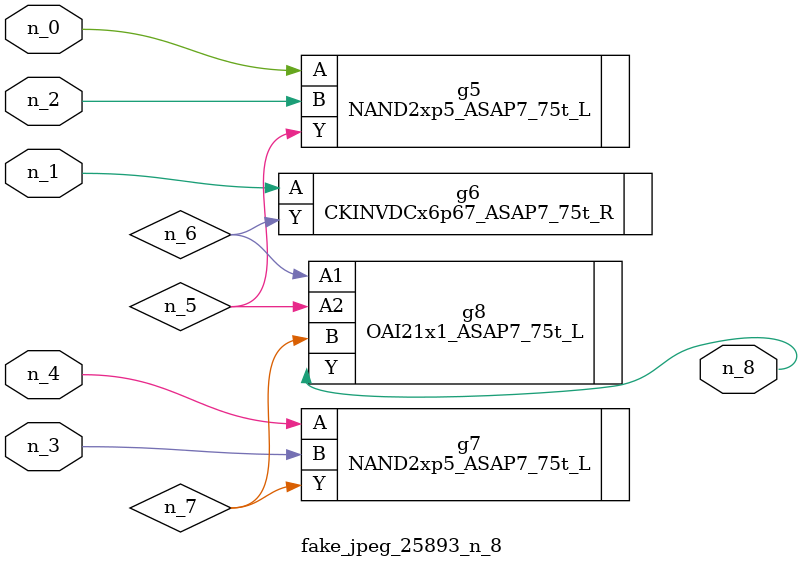
<source format=v>
module fake_jpeg_25893_n_8 (n_3, n_2, n_1, n_0, n_4, n_8);

input n_3;
input n_2;
input n_1;
input n_0;
input n_4;

output n_8;

wire n_6;
wire n_5;
wire n_7;

NAND2xp5_ASAP7_75t_L g5 ( 
.A(n_0),
.B(n_2),
.Y(n_5)
);

CKINVDCx6p67_ASAP7_75t_R g6 ( 
.A(n_1),
.Y(n_6)
);

NAND2xp5_ASAP7_75t_L g7 ( 
.A(n_4),
.B(n_3),
.Y(n_7)
);

OAI21x1_ASAP7_75t_L g8 ( 
.A1(n_6),
.A2(n_5),
.B(n_7),
.Y(n_8)
);


endmodule
</source>
